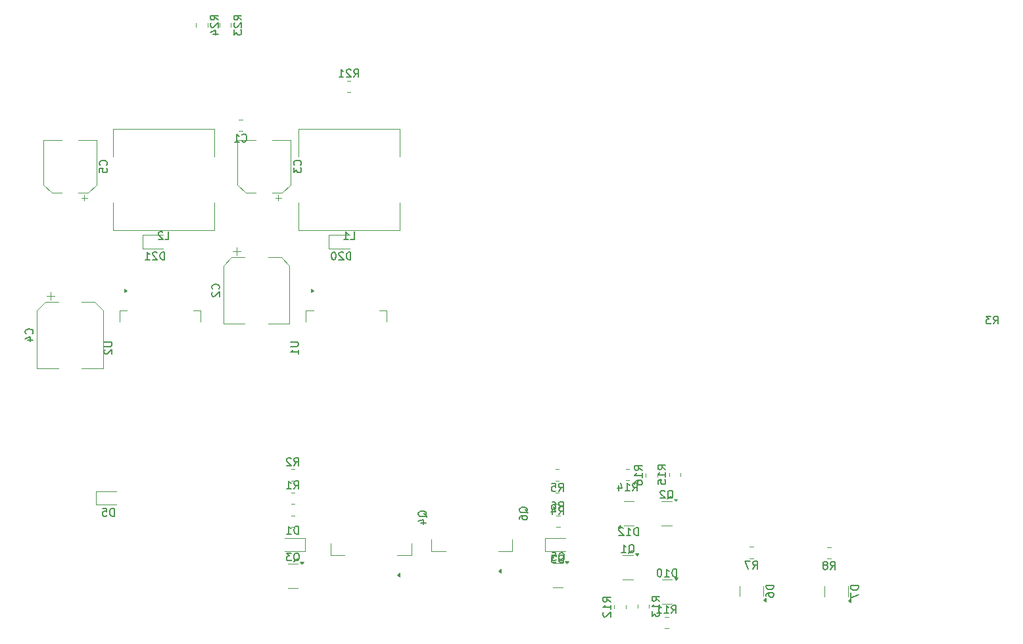
<source format=gbr>
%TF.GenerationSoftware,KiCad,Pcbnew,8.0.3*%
%TF.CreationDate,2024-07-13T16:10:20+00:00*%
%TF.ProjectId,jacuzzi,6a616375-7a7a-4692-9e6b-696361645f70,rev?*%
%TF.SameCoordinates,Original*%
%TF.FileFunction,Legend,Bot*%
%TF.FilePolarity,Positive*%
%FSLAX46Y46*%
G04 Gerber Fmt 4.6, Leading zero omitted, Abs format (unit mm)*
G04 Created by KiCad (PCBNEW 8.0.3) date 2024-07-13 16:10:20*
%MOMM*%
%LPD*%
G01*
G04 APERTURE LIST*
%ADD10C,0.150000*%
%ADD11C,0.120000*%
G04 APERTURE END LIST*
D10*
X140751666Y-107604819D02*
X141084999Y-107128628D01*
X141323094Y-107604819D02*
X141323094Y-106604819D01*
X141323094Y-106604819D02*
X140942142Y-106604819D01*
X140942142Y-106604819D02*
X140846904Y-106652438D01*
X140846904Y-106652438D02*
X140799285Y-106700057D01*
X140799285Y-106700057D02*
X140751666Y-106795295D01*
X140751666Y-106795295D02*
X140751666Y-106938152D01*
X140751666Y-106938152D02*
X140799285Y-107033390D01*
X140799285Y-107033390D02*
X140846904Y-107081009D01*
X140846904Y-107081009D02*
X140942142Y-107128628D01*
X140942142Y-107128628D02*
X141323094Y-107128628D01*
X139894523Y-106938152D02*
X139894523Y-107604819D01*
X140132618Y-106557200D02*
X140370713Y-107271485D01*
X140370713Y-107271485D02*
X139751666Y-107271485D01*
X99914819Y-43944642D02*
X99438628Y-43611309D01*
X99914819Y-43373214D02*
X98914819Y-43373214D01*
X98914819Y-43373214D02*
X98914819Y-43754166D01*
X98914819Y-43754166D02*
X98962438Y-43849404D01*
X98962438Y-43849404D02*
X99010057Y-43897023D01*
X99010057Y-43897023D02*
X99105295Y-43944642D01*
X99105295Y-43944642D02*
X99248152Y-43944642D01*
X99248152Y-43944642D02*
X99343390Y-43897023D01*
X99343390Y-43897023D02*
X99391009Y-43849404D01*
X99391009Y-43849404D02*
X99438628Y-43754166D01*
X99438628Y-43754166D02*
X99438628Y-43373214D01*
X99010057Y-44325595D02*
X98962438Y-44373214D01*
X98962438Y-44373214D02*
X98914819Y-44468452D01*
X98914819Y-44468452D02*
X98914819Y-44706547D01*
X98914819Y-44706547D02*
X98962438Y-44801785D01*
X98962438Y-44801785D02*
X99010057Y-44849404D01*
X99010057Y-44849404D02*
X99105295Y-44897023D01*
X99105295Y-44897023D02*
X99200533Y-44897023D01*
X99200533Y-44897023D02*
X99343390Y-44849404D01*
X99343390Y-44849404D02*
X99914819Y-44277976D01*
X99914819Y-44277976D02*
X99914819Y-44897023D01*
X98914819Y-45230357D02*
X98914819Y-45849404D01*
X98914819Y-45849404D02*
X99295771Y-45516071D01*
X99295771Y-45516071D02*
X99295771Y-45658928D01*
X99295771Y-45658928D02*
X99343390Y-45754166D01*
X99343390Y-45754166D02*
X99391009Y-45801785D01*
X99391009Y-45801785D02*
X99486247Y-45849404D01*
X99486247Y-45849404D02*
X99724342Y-45849404D01*
X99724342Y-45849404D02*
X99819580Y-45801785D01*
X99819580Y-45801785D02*
X99867200Y-45754166D01*
X99867200Y-45754166D02*
X99914819Y-45658928D01*
X99914819Y-45658928D02*
X99914819Y-45373214D01*
X99914819Y-45373214D02*
X99867200Y-45277976D01*
X99867200Y-45277976D02*
X99819580Y-45230357D01*
X96914819Y-43944642D02*
X96438628Y-43611309D01*
X96914819Y-43373214D02*
X95914819Y-43373214D01*
X95914819Y-43373214D02*
X95914819Y-43754166D01*
X95914819Y-43754166D02*
X95962438Y-43849404D01*
X95962438Y-43849404D02*
X96010057Y-43897023D01*
X96010057Y-43897023D02*
X96105295Y-43944642D01*
X96105295Y-43944642D02*
X96248152Y-43944642D01*
X96248152Y-43944642D02*
X96343390Y-43897023D01*
X96343390Y-43897023D02*
X96391009Y-43849404D01*
X96391009Y-43849404D02*
X96438628Y-43754166D01*
X96438628Y-43754166D02*
X96438628Y-43373214D01*
X96010057Y-44325595D02*
X95962438Y-44373214D01*
X95962438Y-44373214D02*
X95914819Y-44468452D01*
X95914819Y-44468452D02*
X95914819Y-44706547D01*
X95914819Y-44706547D02*
X95962438Y-44801785D01*
X95962438Y-44801785D02*
X96010057Y-44849404D01*
X96010057Y-44849404D02*
X96105295Y-44897023D01*
X96105295Y-44897023D02*
X96200533Y-44897023D01*
X96200533Y-44897023D02*
X96343390Y-44849404D01*
X96343390Y-44849404D02*
X96914819Y-44277976D01*
X96914819Y-44277976D02*
X96914819Y-44897023D01*
X96248152Y-45754166D02*
X96914819Y-45754166D01*
X95867200Y-45516071D02*
X96581485Y-45277976D01*
X96581485Y-45277976D02*
X96581485Y-45897023D01*
X154742738Y-105600057D02*
X154837976Y-105552438D01*
X154837976Y-105552438D02*
X154933214Y-105457200D01*
X154933214Y-105457200D02*
X155076071Y-105314342D01*
X155076071Y-105314342D02*
X155171309Y-105266723D01*
X155171309Y-105266723D02*
X155266547Y-105266723D01*
X155218928Y-105504819D02*
X155314166Y-105457200D01*
X155314166Y-105457200D02*
X155409404Y-105361961D01*
X155409404Y-105361961D02*
X155457023Y-105171485D01*
X155457023Y-105171485D02*
X155457023Y-104838152D01*
X155457023Y-104838152D02*
X155409404Y-104647676D01*
X155409404Y-104647676D02*
X155314166Y-104552438D01*
X155314166Y-104552438D02*
X155218928Y-104504819D01*
X155218928Y-104504819D02*
X155028452Y-104504819D01*
X155028452Y-104504819D02*
X154933214Y-104552438D01*
X154933214Y-104552438D02*
X154837976Y-104647676D01*
X154837976Y-104647676D02*
X154790357Y-104838152D01*
X154790357Y-104838152D02*
X154790357Y-105171485D01*
X154790357Y-105171485D02*
X154837976Y-105361961D01*
X154837976Y-105361961D02*
X154933214Y-105457200D01*
X154933214Y-105457200D02*
X155028452Y-105504819D01*
X155028452Y-105504819D02*
X155218928Y-105504819D01*
X154409404Y-104600057D02*
X154361785Y-104552438D01*
X154361785Y-104552438D02*
X154266547Y-104504819D01*
X154266547Y-104504819D02*
X154028452Y-104504819D01*
X154028452Y-104504819D02*
X153933214Y-104552438D01*
X153933214Y-104552438D02*
X153885595Y-104600057D01*
X153885595Y-104600057D02*
X153837976Y-104695295D01*
X153837976Y-104695295D02*
X153837976Y-104790533D01*
X153837976Y-104790533D02*
X153885595Y-104933390D01*
X153885595Y-104933390D02*
X154457023Y-105504819D01*
X154457023Y-105504819D02*
X153837976Y-105504819D01*
X136785057Y-107404761D02*
X136737438Y-107309523D01*
X136737438Y-107309523D02*
X136642200Y-107214285D01*
X136642200Y-107214285D02*
X136499342Y-107071428D01*
X136499342Y-107071428D02*
X136451723Y-106976190D01*
X136451723Y-106976190D02*
X136451723Y-106880952D01*
X136689819Y-106928571D02*
X136642200Y-106833333D01*
X136642200Y-106833333D02*
X136546961Y-106738095D01*
X136546961Y-106738095D02*
X136356485Y-106690476D01*
X136356485Y-106690476D02*
X136023152Y-106690476D01*
X136023152Y-106690476D02*
X135832676Y-106738095D01*
X135832676Y-106738095D02*
X135737438Y-106833333D01*
X135737438Y-106833333D02*
X135689819Y-106928571D01*
X135689819Y-106928571D02*
X135689819Y-107119047D01*
X135689819Y-107119047D02*
X135737438Y-107214285D01*
X135737438Y-107214285D02*
X135832676Y-107309523D01*
X135832676Y-107309523D02*
X136023152Y-107357142D01*
X136023152Y-107357142D02*
X136356485Y-107357142D01*
X136356485Y-107357142D02*
X136546961Y-107309523D01*
X136546961Y-107309523D02*
X136642200Y-107214285D01*
X136642200Y-107214285D02*
X136689819Y-107119047D01*
X136689819Y-107119047D02*
X136689819Y-106928571D01*
X135689819Y-108214285D02*
X135689819Y-108023809D01*
X135689819Y-108023809D02*
X135737438Y-107928571D01*
X135737438Y-107928571D02*
X135785057Y-107880952D01*
X135785057Y-107880952D02*
X135927914Y-107785714D01*
X135927914Y-107785714D02*
X136118390Y-107738095D01*
X136118390Y-107738095D02*
X136499342Y-107738095D01*
X136499342Y-107738095D02*
X136594580Y-107785714D01*
X136594580Y-107785714D02*
X136642200Y-107833333D01*
X136642200Y-107833333D02*
X136689819Y-107928571D01*
X136689819Y-107928571D02*
X136689819Y-108119047D01*
X136689819Y-108119047D02*
X136642200Y-108214285D01*
X136642200Y-108214285D02*
X136594580Y-108261904D01*
X136594580Y-108261904D02*
X136499342Y-108309523D01*
X136499342Y-108309523D02*
X136261247Y-108309523D01*
X136261247Y-108309523D02*
X136166009Y-108261904D01*
X136166009Y-108261904D02*
X136118390Y-108214285D01*
X136118390Y-108214285D02*
X136070771Y-108119047D01*
X136070771Y-108119047D02*
X136070771Y-107928571D01*
X136070771Y-107928571D02*
X136118390Y-107833333D01*
X136118390Y-107833333D02*
X136166009Y-107785714D01*
X136166009Y-107785714D02*
X136261247Y-107738095D01*
X175751666Y-114667319D02*
X176084999Y-114191128D01*
X176323094Y-114667319D02*
X176323094Y-113667319D01*
X176323094Y-113667319D02*
X175942142Y-113667319D01*
X175942142Y-113667319D02*
X175846904Y-113714938D01*
X175846904Y-113714938D02*
X175799285Y-113762557D01*
X175799285Y-113762557D02*
X175751666Y-113857795D01*
X175751666Y-113857795D02*
X175751666Y-114000652D01*
X175751666Y-114000652D02*
X175799285Y-114095890D01*
X175799285Y-114095890D02*
X175846904Y-114143509D01*
X175846904Y-114143509D02*
X175942142Y-114191128D01*
X175942142Y-114191128D02*
X176323094Y-114191128D01*
X175180237Y-114095890D02*
X175275475Y-114048271D01*
X175275475Y-114048271D02*
X175323094Y-114000652D01*
X175323094Y-114000652D02*
X175370713Y-113905414D01*
X175370713Y-113905414D02*
X175370713Y-113857795D01*
X175370713Y-113857795D02*
X175323094Y-113762557D01*
X175323094Y-113762557D02*
X175275475Y-113714938D01*
X175275475Y-113714938D02*
X175180237Y-113667319D01*
X175180237Y-113667319D02*
X174989761Y-113667319D01*
X174989761Y-113667319D02*
X174894523Y-113714938D01*
X174894523Y-113714938D02*
X174846904Y-113762557D01*
X174846904Y-113762557D02*
X174799285Y-113857795D01*
X174799285Y-113857795D02*
X174799285Y-113905414D01*
X174799285Y-113905414D02*
X174846904Y-114000652D01*
X174846904Y-114000652D02*
X174894523Y-114048271D01*
X174894523Y-114048271D02*
X174989761Y-114095890D01*
X174989761Y-114095890D02*
X175180237Y-114095890D01*
X175180237Y-114095890D02*
X175275475Y-114143509D01*
X175275475Y-114143509D02*
X175323094Y-114191128D01*
X175323094Y-114191128D02*
X175370713Y-114286366D01*
X175370713Y-114286366D02*
X175370713Y-114476842D01*
X175370713Y-114476842D02*
X175323094Y-114572080D01*
X175323094Y-114572080D02*
X175275475Y-114619700D01*
X175275475Y-114619700D02*
X175180237Y-114667319D01*
X175180237Y-114667319D02*
X174989761Y-114667319D01*
X174989761Y-114667319D02*
X174894523Y-114619700D01*
X174894523Y-114619700D02*
X174846904Y-114572080D01*
X174846904Y-114572080D02*
X174799285Y-114476842D01*
X174799285Y-114476842D02*
X174799285Y-114286366D01*
X174799285Y-114286366D02*
X174846904Y-114191128D01*
X174846904Y-114191128D02*
X174894523Y-114143509D01*
X174894523Y-114143509D02*
X174989761Y-114095890D01*
X106214819Y-85388095D02*
X107024342Y-85388095D01*
X107024342Y-85388095D02*
X107119580Y-85435714D01*
X107119580Y-85435714D02*
X107167200Y-85483333D01*
X107167200Y-85483333D02*
X107214819Y-85578571D01*
X107214819Y-85578571D02*
X107214819Y-85769047D01*
X107214819Y-85769047D02*
X107167200Y-85864285D01*
X107167200Y-85864285D02*
X107119580Y-85911904D01*
X107119580Y-85911904D02*
X107024342Y-85959523D01*
X107024342Y-85959523D02*
X106214819Y-85959523D01*
X107214819Y-86959523D02*
X107214819Y-86388095D01*
X107214819Y-86673809D02*
X106214819Y-86673809D01*
X106214819Y-86673809D02*
X106357676Y-86578571D01*
X106357676Y-86578571D02*
X106452914Y-86483333D01*
X106452914Y-86483333D02*
X106500533Y-86388095D01*
X196751666Y-83074819D02*
X197084999Y-82598628D01*
X197323094Y-83074819D02*
X197323094Y-82074819D01*
X197323094Y-82074819D02*
X196942142Y-82074819D01*
X196942142Y-82074819D02*
X196846904Y-82122438D01*
X196846904Y-82122438D02*
X196799285Y-82170057D01*
X196799285Y-82170057D02*
X196751666Y-82265295D01*
X196751666Y-82265295D02*
X196751666Y-82408152D01*
X196751666Y-82408152D02*
X196799285Y-82503390D01*
X196799285Y-82503390D02*
X196846904Y-82551009D01*
X196846904Y-82551009D02*
X196942142Y-82598628D01*
X196942142Y-82598628D02*
X197323094Y-82598628D01*
X196418332Y-82074819D02*
X195799285Y-82074819D01*
X195799285Y-82074819D02*
X196132618Y-82455771D01*
X196132618Y-82455771D02*
X195989761Y-82455771D01*
X195989761Y-82455771D02*
X195894523Y-82503390D01*
X195894523Y-82503390D02*
X195846904Y-82551009D01*
X195846904Y-82551009D02*
X195799285Y-82646247D01*
X195799285Y-82646247D02*
X195799285Y-82884342D01*
X195799285Y-82884342D02*
X195846904Y-82979580D01*
X195846904Y-82979580D02*
X195894523Y-83027200D01*
X195894523Y-83027200D02*
X195989761Y-83074819D01*
X195989761Y-83074819D02*
X196275475Y-83074819D01*
X196275475Y-83074819D02*
X196370713Y-83027200D01*
X196370713Y-83027200D02*
X196418332Y-82979580D01*
X147452319Y-118857142D02*
X146976128Y-118523809D01*
X147452319Y-118285714D02*
X146452319Y-118285714D01*
X146452319Y-118285714D02*
X146452319Y-118666666D01*
X146452319Y-118666666D02*
X146499938Y-118761904D01*
X146499938Y-118761904D02*
X146547557Y-118809523D01*
X146547557Y-118809523D02*
X146642795Y-118857142D01*
X146642795Y-118857142D02*
X146785652Y-118857142D01*
X146785652Y-118857142D02*
X146880890Y-118809523D01*
X146880890Y-118809523D02*
X146928509Y-118761904D01*
X146928509Y-118761904D02*
X146976128Y-118666666D01*
X146976128Y-118666666D02*
X146976128Y-118285714D01*
X147452319Y-119809523D02*
X147452319Y-119238095D01*
X147452319Y-119523809D02*
X146452319Y-119523809D01*
X146452319Y-119523809D02*
X146595176Y-119428571D01*
X146595176Y-119428571D02*
X146690414Y-119333333D01*
X146690414Y-119333333D02*
X146738033Y-119238095D01*
X146547557Y-120190476D02*
X146499938Y-120238095D01*
X146499938Y-120238095D02*
X146452319Y-120333333D01*
X146452319Y-120333333D02*
X146452319Y-120571428D01*
X146452319Y-120571428D02*
X146499938Y-120666666D01*
X146499938Y-120666666D02*
X146547557Y-120714285D01*
X146547557Y-120714285D02*
X146642795Y-120761904D01*
X146642795Y-120761904D02*
X146738033Y-120761904D01*
X146738033Y-120761904D02*
X146880890Y-120714285D01*
X146880890Y-120714285D02*
X147452319Y-120142857D01*
X147452319Y-120142857D02*
X147452319Y-120761904D01*
X150986785Y-110304819D02*
X150986785Y-109304819D01*
X150986785Y-109304819D02*
X150748690Y-109304819D01*
X150748690Y-109304819D02*
X150605833Y-109352438D01*
X150605833Y-109352438D02*
X150510595Y-109447676D01*
X150510595Y-109447676D02*
X150462976Y-109542914D01*
X150462976Y-109542914D02*
X150415357Y-109733390D01*
X150415357Y-109733390D02*
X150415357Y-109876247D01*
X150415357Y-109876247D02*
X150462976Y-110066723D01*
X150462976Y-110066723D02*
X150510595Y-110161961D01*
X150510595Y-110161961D02*
X150605833Y-110257200D01*
X150605833Y-110257200D02*
X150748690Y-110304819D01*
X150748690Y-110304819D02*
X150986785Y-110304819D01*
X149462976Y-110304819D02*
X150034404Y-110304819D01*
X149748690Y-110304819D02*
X149748690Y-109304819D01*
X149748690Y-109304819D02*
X149843928Y-109447676D01*
X149843928Y-109447676D02*
X149939166Y-109542914D01*
X149939166Y-109542914D02*
X150034404Y-109590533D01*
X149082023Y-109400057D02*
X149034404Y-109352438D01*
X149034404Y-109352438D02*
X148939166Y-109304819D01*
X148939166Y-109304819D02*
X148701071Y-109304819D01*
X148701071Y-109304819D02*
X148605833Y-109352438D01*
X148605833Y-109352438D02*
X148558214Y-109400057D01*
X148558214Y-109400057D02*
X148510595Y-109495295D01*
X148510595Y-109495295D02*
X148510595Y-109590533D01*
X148510595Y-109590533D02*
X148558214Y-109733390D01*
X148558214Y-109733390D02*
X149129642Y-110304819D01*
X149129642Y-110304819D02*
X148510595Y-110304819D01*
X154514819Y-101807142D02*
X154038628Y-101473809D01*
X154514819Y-101235714D02*
X153514819Y-101235714D01*
X153514819Y-101235714D02*
X153514819Y-101616666D01*
X153514819Y-101616666D02*
X153562438Y-101711904D01*
X153562438Y-101711904D02*
X153610057Y-101759523D01*
X153610057Y-101759523D02*
X153705295Y-101807142D01*
X153705295Y-101807142D02*
X153848152Y-101807142D01*
X153848152Y-101807142D02*
X153943390Y-101759523D01*
X153943390Y-101759523D02*
X153991009Y-101711904D01*
X153991009Y-101711904D02*
X154038628Y-101616666D01*
X154038628Y-101616666D02*
X154038628Y-101235714D01*
X154514819Y-102759523D02*
X154514819Y-102188095D01*
X154514819Y-102473809D02*
X153514819Y-102473809D01*
X153514819Y-102473809D02*
X153657676Y-102378571D01*
X153657676Y-102378571D02*
X153752914Y-102283333D01*
X153752914Y-102283333D02*
X153800533Y-102188095D01*
X153514819Y-103664285D02*
X153514819Y-103188095D01*
X153514819Y-103188095D02*
X153991009Y-103140476D01*
X153991009Y-103140476D02*
X153943390Y-103188095D01*
X153943390Y-103188095D02*
X153895771Y-103283333D01*
X153895771Y-103283333D02*
X153895771Y-103521428D01*
X153895771Y-103521428D02*
X153943390Y-103616666D01*
X153943390Y-103616666D02*
X153991009Y-103664285D01*
X153991009Y-103664285D02*
X154086247Y-103711904D01*
X154086247Y-103711904D02*
X154324342Y-103711904D01*
X154324342Y-103711904D02*
X154419580Y-103664285D01*
X154419580Y-103664285D02*
X154467200Y-103616666D01*
X154467200Y-103616666D02*
X154514819Y-103521428D01*
X154514819Y-103521428D02*
X154514819Y-103283333D01*
X154514819Y-103283333D02*
X154467200Y-103188095D01*
X154467200Y-103188095D02*
X154419580Y-103140476D01*
X96969580Y-78583333D02*
X97017200Y-78535714D01*
X97017200Y-78535714D02*
X97064819Y-78392857D01*
X97064819Y-78392857D02*
X97064819Y-78297619D01*
X97064819Y-78297619D02*
X97017200Y-78154762D01*
X97017200Y-78154762D02*
X96921961Y-78059524D01*
X96921961Y-78059524D02*
X96826723Y-78011905D01*
X96826723Y-78011905D02*
X96636247Y-77964286D01*
X96636247Y-77964286D02*
X96493390Y-77964286D01*
X96493390Y-77964286D02*
X96302914Y-78011905D01*
X96302914Y-78011905D02*
X96207676Y-78059524D01*
X96207676Y-78059524D02*
X96112438Y-78154762D01*
X96112438Y-78154762D02*
X96064819Y-78297619D01*
X96064819Y-78297619D02*
X96064819Y-78392857D01*
X96064819Y-78392857D02*
X96112438Y-78535714D01*
X96112438Y-78535714D02*
X96160057Y-78583333D01*
X96160057Y-78964286D02*
X96112438Y-79011905D01*
X96112438Y-79011905D02*
X96064819Y-79107143D01*
X96064819Y-79107143D02*
X96064819Y-79345238D01*
X96064819Y-79345238D02*
X96112438Y-79440476D01*
X96112438Y-79440476D02*
X96160057Y-79488095D01*
X96160057Y-79488095D02*
X96255295Y-79535714D01*
X96255295Y-79535714D02*
X96350533Y-79535714D01*
X96350533Y-79535714D02*
X96493390Y-79488095D01*
X96493390Y-79488095D02*
X97064819Y-78916667D01*
X97064819Y-78916667D02*
X97064819Y-79535714D01*
X107519580Y-62633333D02*
X107567200Y-62585714D01*
X107567200Y-62585714D02*
X107614819Y-62442857D01*
X107614819Y-62442857D02*
X107614819Y-62347619D01*
X107614819Y-62347619D02*
X107567200Y-62204762D01*
X107567200Y-62204762D02*
X107471961Y-62109524D01*
X107471961Y-62109524D02*
X107376723Y-62061905D01*
X107376723Y-62061905D02*
X107186247Y-62014286D01*
X107186247Y-62014286D02*
X107043390Y-62014286D01*
X107043390Y-62014286D02*
X106852914Y-62061905D01*
X106852914Y-62061905D02*
X106757676Y-62109524D01*
X106757676Y-62109524D02*
X106662438Y-62204762D01*
X106662438Y-62204762D02*
X106614819Y-62347619D01*
X106614819Y-62347619D02*
X106614819Y-62442857D01*
X106614819Y-62442857D02*
X106662438Y-62585714D01*
X106662438Y-62585714D02*
X106710057Y-62633333D01*
X106614819Y-62966667D02*
X106614819Y-63585714D01*
X106614819Y-63585714D02*
X106995771Y-63252381D01*
X106995771Y-63252381D02*
X106995771Y-63395238D01*
X106995771Y-63395238D02*
X107043390Y-63490476D01*
X107043390Y-63490476D02*
X107091009Y-63538095D01*
X107091009Y-63538095D02*
X107186247Y-63585714D01*
X107186247Y-63585714D02*
X107424342Y-63585714D01*
X107424342Y-63585714D02*
X107519580Y-63538095D01*
X107519580Y-63538095D02*
X107567200Y-63490476D01*
X107567200Y-63490476D02*
X107614819Y-63395238D01*
X107614819Y-63395238D02*
X107614819Y-63109524D01*
X107614819Y-63109524D02*
X107567200Y-63014286D01*
X107567200Y-63014286D02*
X107519580Y-62966667D01*
X155290357Y-120304819D02*
X155623690Y-119828628D01*
X155861785Y-120304819D02*
X155861785Y-119304819D01*
X155861785Y-119304819D02*
X155480833Y-119304819D01*
X155480833Y-119304819D02*
X155385595Y-119352438D01*
X155385595Y-119352438D02*
X155337976Y-119400057D01*
X155337976Y-119400057D02*
X155290357Y-119495295D01*
X155290357Y-119495295D02*
X155290357Y-119638152D01*
X155290357Y-119638152D02*
X155337976Y-119733390D01*
X155337976Y-119733390D02*
X155385595Y-119781009D01*
X155385595Y-119781009D02*
X155480833Y-119828628D01*
X155480833Y-119828628D02*
X155861785Y-119828628D01*
X154337976Y-120304819D02*
X154909404Y-120304819D01*
X154623690Y-120304819D02*
X154623690Y-119304819D01*
X154623690Y-119304819D02*
X154718928Y-119447676D01*
X154718928Y-119447676D02*
X154814166Y-119542914D01*
X154814166Y-119542914D02*
X154909404Y-119590533D01*
X153385595Y-120304819D02*
X153957023Y-120304819D01*
X153671309Y-120304819D02*
X153671309Y-119304819D01*
X153671309Y-119304819D02*
X153766547Y-119447676D01*
X153766547Y-119447676D02*
X153861785Y-119542914D01*
X153861785Y-119542914D02*
X153957023Y-119590533D01*
X90026666Y-72204819D02*
X90502856Y-72204819D01*
X90502856Y-72204819D02*
X90502856Y-71204819D01*
X89740951Y-71300057D02*
X89693332Y-71252438D01*
X89693332Y-71252438D02*
X89598094Y-71204819D01*
X89598094Y-71204819D02*
X89359999Y-71204819D01*
X89359999Y-71204819D02*
X89264761Y-71252438D01*
X89264761Y-71252438D02*
X89217142Y-71300057D01*
X89217142Y-71300057D02*
X89169523Y-71395295D01*
X89169523Y-71395295D02*
X89169523Y-71490533D01*
X89169523Y-71490533D02*
X89217142Y-71633390D01*
X89217142Y-71633390D02*
X89788570Y-72204819D01*
X89788570Y-72204819D02*
X89169523Y-72204819D01*
X106664166Y-101304819D02*
X106997499Y-100828628D01*
X107235594Y-101304819D02*
X107235594Y-100304819D01*
X107235594Y-100304819D02*
X106854642Y-100304819D01*
X106854642Y-100304819D02*
X106759404Y-100352438D01*
X106759404Y-100352438D02*
X106711785Y-100400057D01*
X106711785Y-100400057D02*
X106664166Y-100495295D01*
X106664166Y-100495295D02*
X106664166Y-100638152D01*
X106664166Y-100638152D02*
X106711785Y-100733390D01*
X106711785Y-100733390D02*
X106759404Y-100781009D01*
X106759404Y-100781009D02*
X106854642Y-100828628D01*
X106854642Y-100828628D02*
X107235594Y-100828628D01*
X106283213Y-100400057D02*
X106235594Y-100352438D01*
X106235594Y-100352438D02*
X106140356Y-100304819D01*
X106140356Y-100304819D02*
X105902261Y-100304819D01*
X105902261Y-100304819D02*
X105807023Y-100352438D01*
X105807023Y-100352438D02*
X105759404Y-100400057D01*
X105759404Y-100400057D02*
X105711785Y-100495295D01*
X105711785Y-100495295D02*
X105711785Y-100590533D01*
X105711785Y-100590533D02*
X105759404Y-100733390D01*
X105759404Y-100733390D02*
X106330832Y-101304819D01*
X106330832Y-101304819D02*
X105711785Y-101304819D01*
X107235594Y-110104819D02*
X107235594Y-109104819D01*
X107235594Y-109104819D02*
X106997499Y-109104819D01*
X106997499Y-109104819D02*
X106854642Y-109152438D01*
X106854642Y-109152438D02*
X106759404Y-109247676D01*
X106759404Y-109247676D02*
X106711785Y-109342914D01*
X106711785Y-109342914D02*
X106664166Y-109533390D01*
X106664166Y-109533390D02*
X106664166Y-109676247D01*
X106664166Y-109676247D02*
X106711785Y-109866723D01*
X106711785Y-109866723D02*
X106759404Y-109961961D01*
X106759404Y-109961961D02*
X106854642Y-110057200D01*
X106854642Y-110057200D02*
X106997499Y-110104819D01*
X106997499Y-110104819D02*
X107235594Y-110104819D01*
X105711785Y-110104819D02*
X106283213Y-110104819D01*
X105997499Y-110104819D02*
X105997499Y-109104819D01*
X105997499Y-109104819D02*
X106092737Y-109247676D01*
X106092737Y-109247676D02*
X106187975Y-109342914D01*
X106187975Y-109342914D02*
X106283213Y-109390533D01*
X89974285Y-74804819D02*
X89974285Y-73804819D01*
X89974285Y-73804819D02*
X89736190Y-73804819D01*
X89736190Y-73804819D02*
X89593333Y-73852438D01*
X89593333Y-73852438D02*
X89498095Y-73947676D01*
X89498095Y-73947676D02*
X89450476Y-74042914D01*
X89450476Y-74042914D02*
X89402857Y-74233390D01*
X89402857Y-74233390D02*
X89402857Y-74376247D01*
X89402857Y-74376247D02*
X89450476Y-74566723D01*
X89450476Y-74566723D02*
X89498095Y-74661961D01*
X89498095Y-74661961D02*
X89593333Y-74757200D01*
X89593333Y-74757200D02*
X89736190Y-74804819D01*
X89736190Y-74804819D02*
X89974285Y-74804819D01*
X89021904Y-73900057D02*
X88974285Y-73852438D01*
X88974285Y-73852438D02*
X88879047Y-73804819D01*
X88879047Y-73804819D02*
X88640952Y-73804819D01*
X88640952Y-73804819D02*
X88545714Y-73852438D01*
X88545714Y-73852438D02*
X88498095Y-73900057D01*
X88498095Y-73900057D02*
X88450476Y-73995295D01*
X88450476Y-73995295D02*
X88450476Y-74090533D01*
X88450476Y-74090533D02*
X88498095Y-74233390D01*
X88498095Y-74233390D02*
X89069523Y-74804819D01*
X89069523Y-74804819D02*
X88450476Y-74804819D01*
X87498095Y-74804819D02*
X88069523Y-74804819D01*
X87783809Y-74804819D02*
X87783809Y-73804819D01*
X87783809Y-73804819D02*
X87879047Y-73947676D01*
X87879047Y-73947676D02*
X87974285Y-74042914D01*
X87974285Y-74042914D02*
X88069523Y-74090533D01*
X141323094Y-113804819D02*
X141323094Y-112804819D01*
X141323094Y-112804819D02*
X141084999Y-112804819D01*
X141084999Y-112804819D02*
X140942142Y-112852438D01*
X140942142Y-112852438D02*
X140846904Y-112947676D01*
X140846904Y-112947676D02*
X140799285Y-113042914D01*
X140799285Y-113042914D02*
X140751666Y-113233390D01*
X140751666Y-113233390D02*
X140751666Y-113376247D01*
X140751666Y-113376247D02*
X140799285Y-113566723D01*
X140799285Y-113566723D02*
X140846904Y-113661961D01*
X140846904Y-113661961D02*
X140942142Y-113757200D01*
X140942142Y-113757200D02*
X141084999Y-113804819D01*
X141084999Y-113804819D02*
X141323094Y-113804819D01*
X140418332Y-112804819D02*
X139799285Y-112804819D01*
X139799285Y-112804819D02*
X140132618Y-113185771D01*
X140132618Y-113185771D02*
X139989761Y-113185771D01*
X139989761Y-113185771D02*
X139894523Y-113233390D01*
X139894523Y-113233390D02*
X139846904Y-113281009D01*
X139846904Y-113281009D02*
X139799285Y-113376247D01*
X139799285Y-113376247D02*
X139799285Y-113614342D01*
X139799285Y-113614342D02*
X139846904Y-113709580D01*
X139846904Y-113709580D02*
X139894523Y-113757200D01*
X139894523Y-113757200D02*
X139989761Y-113804819D01*
X139989761Y-113804819D02*
X140275475Y-113804819D01*
X140275475Y-113804819D02*
X140370713Y-113757200D01*
X140370713Y-113757200D02*
X140418332Y-113709580D01*
X106617738Y-113650057D02*
X106712976Y-113602438D01*
X106712976Y-113602438D02*
X106808214Y-113507200D01*
X106808214Y-113507200D02*
X106951071Y-113364342D01*
X106951071Y-113364342D02*
X107046309Y-113316723D01*
X107046309Y-113316723D02*
X107141547Y-113316723D01*
X107093928Y-113554819D02*
X107189166Y-113507200D01*
X107189166Y-113507200D02*
X107284404Y-113411961D01*
X107284404Y-113411961D02*
X107332023Y-113221485D01*
X107332023Y-113221485D02*
X107332023Y-112888152D01*
X107332023Y-112888152D02*
X107284404Y-112697676D01*
X107284404Y-112697676D02*
X107189166Y-112602438D01*
X107189166Y-112602438D02*
X107093928Y-112554819D01*
X107093928Y-112554819D02*
X106903452Y-112554819D01*
X106903452Y-112554819D02*
X106808214Y-112602438D01*
X106808214Y-112602438D02*
X106712976Y-112697676D01*
X106712976Y-112697676D02*
X106665357Y-112888152D01*
X106665357Y-112888152D02*
X106665357Y-113221485D01*
X106665357Y-113221485D02*
X106712976Y-113411961D01*
X106712976Y-113411961D02*
X106808214Y-113507200D01*
X106808214Y-113507200D02*
X106903452Y-113554819D01*
X106903452Y-113554819D02*
X107093928Y-113554819D01*
X106332023Y-112554819D02*
X105712976Y-112554819D01*
X105712976Y-112554819D02*
X106046309Y-112935771D01*
X106046309Y-112935771D02*
X105903452Y-112935771D01*
X105903452Y-112935771D02*
X105808214Y-112983390D01*
X105808214Y-112983390D02*
X105760595Y-113031009D01*
X105760595Y-113031009D02*
X105712976Y-113126247D01*
X105712976Y-113126247D02*
X105712976Y-113364342D01*
X105712976Y-113364342D02*
X105760595Y-113459580D01*
X105760595Y-113459580D02*
X105808214Y-113507200D01*
X105808214Y-113507200D02*
X105903452Y-113554819D01*
X105903452Y-113554819D02*
X106189166Y-113554819D01*
X106189166Y-113554819D02*
X106284404Y-113507200D01*
X106284404Y-113507200D02*
X106332023Y-113459580D01*
X106664166Y-104304819D02*
X106997499Y-103828628D01*
X107235594Y-104304819D02*
X107235594Y-103304819D01*
X107235594Y-103304819D02*
X106854642Y-103304819D01*
X106854642Y-103304819D02*
X106759404Y-103352438D01*
X106759404Y-103352438D02*
X106711785Y-103400057D01*
X106711785Y-103400057D02*
X106664166Y-103495295D01*
X106664166Y-103495295D02*
X106664166Y-103638152D01*
X106664166Y-103638152D02*
X106711785Y-103733390D01*
X106711785Y-103733390D02*
X106759404Y-103781009D01*
X106759404Y-103781009D02*
X106854642Y-103828628D01*
X106854642Y-103828628D02*
X107235594Y-103828628D01*
X105711785Y-104304819D02*
X106283213Y-104304819D01*
X105997499Y-104304819D02*
X105997499Y-103304819D01*
X105997499Y-103304819D02*
X106092737Y-103447676D01*
X106092737Y-103447676D02*
X106187975Y-103542914D01*
X106187975Y-103542914D02*
X106283213Y-103590533D01*
X140751666Y-106954819D02*
X141084999Y-106478628D01*
X141323094Y-106954819D02*
X141323094Y-105954819D01*
X141323094Y-105954819D02*
X140942142Y-105954819D01*
X140942142Y-105954819D02*
X140846904Y-106002438D01*
X140846904Y-106002438D02*
X140799285Y-106050057D01*
X140799285Y-106050057D02*
X140751666Y-106145295D01*
X140751666Y-106145295D02*
X140751666Y-106288152D01*
X140751666Y-106288152D02*
X140799285Y-106383390D01*
X140799285Y-106383390D02*
X140846904Y-106431009D01*
X140846904Y-106431009D02*
X140942142Y-106478628D01*
X140942142Y-106478628D02*
X141323094Y-106478628D01*
X139894523Y-105954819D02*
X140084999Y-105954819D01*
X140084999Y-105954819D02*
X140180237Y-106002438D01*
X140180237Y-106002438D02*
X140227856Y-106050057D01*
X140227856Y-106050057D02*
X140323094Y-106192914D01*
X140323094Y-106192914D02*
X140370713Y-106383390D01*
X140370713Y-106383390D02*
X140370713Y-106764342D01*
X140370713Y-106764342D02*
X140323094Y-106859580D01*
X140323094Y-106859580D02*
X140275475Y-106907200D01*
X140275475Y-106907200D02*
X140180237Y-106954819D01*
X140180237Y-106954819D02*
X139989761Y-106954819D01*
X139989761Y-106954819D02*
X139894523Y-106907200D01*
X139894523Y-106907200D02*
X139846904Y-106859580D01*
X139846904Y-106859580D02*
X139799285Y-106764342D01*
X139799285Y-106764342D02*
X139799285Y-106526247D01*
X139799285Y-106526247D02*
X139846904Y-106431009D01*
X139846904Y-106431009D02*
X139894523Y-106383390D01*
X139894523Y-106383390D02*
X139989761Y-106335771D01*
X139989761Y-106335771D02*
X140180237Y-106335771D01*
X140180237Y-106335771D02*
X140275475Y-106383390D01*
X140275475Y-106383390D02*
X140323094Y-106431009D01*
X140323094Y-106431009D02*
X140370713Y-106526247D01*
X150265357Y-104554819D02*
X150598690Y-104078628D01*
X150836785Y-104554819D02*
X150836785Y-103554819D01*
X150836785Y-103554819D02*
X150455833Y-103554819D01*
X150455833Y-103554819D02*
X150360595Y-103602438D01*
X150360595Y-103602438D02*
X150312976Y-103650057D01*
X150312976Y-103650057D02*
X150265357Y-103745295D01*
X150265357Y-103745295D02*
X150265357Y-103888152D01*
X150265357Y-103888152D02*
X150312976Y-103983390D01*
X150312976Y-103983390D02*
X150360595Y-104031009D01*
X150360595Y-104031009D02*
X150455833Y-104078628D01*
X150455833Y-104078628D02*
X150836785Y-104078628D01*
X149312976Y-104554819D02*
X149884404Y-104554819D01*
X149598690Y-104554819D02*
X149598690Y-103554819D01*
X149598690Y-103554819D02*
X149693928Y-103697676D01*
X149693928Y-103697676D02*
X149789166Y-103792914D01*
X149789166Y-103792914D02*
X149884404Y-103840533D01*
X148455833Y-103888152D02*
X148455833Y-104554819D01*
X148693928Y-103507200D02*
X148932023Y-104221485D01*
X148932023Y-104221485D02*
X148312976Y-104221485D01*
X113926666Y-72204819D02*
X114402856Y-72204819D01*
X114402856Y-72204819D02*
X114402856Y-71204819D01*
X113069523Y-72204819D02*
X113640951Y-72204819D01*
X113355237Y-72204819D02*
X113355237Y-71204819D01*
X113355237Y-71204819D02*
X113450475Y-71347676D01*
X113450475Y-71347676D02*
X113545713Y-71442914D01*
X113545713Y-71442914D02*
X113640951Y-71490533D01*
X82214819Y-85388095D02*
X83024342Y-85388095D01*
X83024342Y-85388095D02*
X83119580Y-85435714D01*
X83119580Y-85435714D02*
X83167200Y-85483333D01*
X83167200Y-85483333D02*
X83214819Y-85578571D01*
X83214819Y-85578571D02*
X83214819Y-85769047D01*
X83214819Y-85769047D02*
X83167200Y-85864285D01*
X83167200Y-85864285D02*
X83119580Y-85911904D01*
X83119580Y-85911904D02*
X83024342Y-85959523D01*
X83024342Y-85959523D02*
X82214819Y-85959523D01*
X82310057Y-86388095D02*
X82262438Y-86435714D01*
X82262438Y-86435714D02*
X82214819Y-86530952D01*
X82214819Y-86530952D02*
X82214819Y-86769047D01*
X82214819Y-86769047D02*
X82262438Y-86864285D01*
X82262438Y-86864285D02*
X82310057Y-86911904D01*
X82310057Y-86911904D02*
X82405295Y-86959523D01*
X82405295Y-86959523D02*
X82500533Y-86959523D01*
X82500533Y-86959523D02*
X82643390Y-86911904D01*
X82643390Y-86911904D02*
X83214819Y-86340476D01*
X83214819Y-86340476D02*
X83214819Y-86959523D01*
X165751666Y-114604819D02*
X166084999Y-114128628D01*
X166323094Y-114604819D02*
X166323094Y-113604819D01*
X166323094Y-113604819D02*
X165942142Y-113604819D01*
X165942142Y-113604819D02*
X165846904Y-113652438D01*
X165846904Y-113652438D02*
X165799285Y-113700057D01*
X165799285Y-113700057D02*
X165751666Y-113795295D01*
X165751666Y-113795295D02*
X165751666Y-113938152D01*
X165751666Y-113938152D02*
X165799285Y-114033390D01*
X165799285Y-114033390D02*
X165846904Y-114081009D01*
X165846904Y-114081009D02*
X165942142Y-114128628D01*
X165942142Y-114128628D02*
X166323094Y-114128628D01*
X165418332Y-113604819D02*
X164751666Y-113604819D01*
X164751666Y-113604819D02*
X165180237Y-114604819D01*
X149742738Y-112587557D02*
X149837976Y-112539938D01*
X149837976Y-112539938D02*
X149933214Y-112444700D01*
X149933214Y-112444700D02*
X150076071Y-112301842D01*
X150076071Y-112301842D02*
X150171309Y-112254223D01*
X150171309Y-112254223D02*
X150266547Y-112254223D01*
X150218928Y-112492319D02*
X150314166Y-112444700D01*
X150314166Y-112444700D02*
X150409404Y-112349461D01*
X150409404Y-112349461D02*
X150457023Y-112158985D01*
X150457023Y-112158985D02*
X150457023Y-111825652D01*
X150457023Y-111825652D02*
X150409404Y-111635176D01*
X150409404Y-111635176D02*
X150314166Y-111539938D01*
X150314166Y-111539938D02*
X150218928Y-111492319D01*
X150218928Y-111492319D02*
X150028452Y-111492319D01*
X150028452Y-111492319D02*
X149933214Y-111539938D01*
X149933214Y-111539938D02*
X149837976Y-111635176D01*
X149837976Y-111635176D02*
X149790357Y-111825652D01*
X149790357Y-111825652D02*
X149790357Y-112158985D01*
X149790357Y-112158985D02*
X149837976Y-112349461D01*
X149837976Y-112349461D02*
X149933214Y-112444700D01*
X149933214Y-112444700D02*
X150028452Y-112492319D01*
X150028452Y-112492319D02*
X150218928Y-112492319D01*
X148837976Y-112492319D02*
X149409404Y-112492319D01*
X149123690Y-112492319D02*
X149123690Y-111492319D01*
X149123690Y-111492319D02*
X149218928Y-111635176D01*
X149218928Y-111635176D02*
X149314166Y-111730414D01*
X149314166Y-111730414D02*
X149409404Y-111778033D01*
X168439819Y-116699405D02*
X167439819Y-116699405D01*
X167439819Y-116699405D02*
X167439819Y-116937500D01*
X167439819Y-116937500D02*
X167487438Y-117080357D01*
X167487438Y-117080357D02*
X167582676Y-117175595D01*
X167582676Y-117175595D02*
X167677914Y-117223214D01*
X167677914Y-117223214D02*
X167868390Y-117270833D01*
X167868390Y-117270833D02*
X168011247Y-117270833D01*
X168011247Y-117270833D02*
X168201723Y-117223214D01*
X168201723Y-117223214D02*
X168296961Y-117175595D01*
X168296961Y-117175595D02*
X168392200Y-117080357D01*
X168392200Y-117080357D02*
X168439819Y-116937500D01*
X168439819Y-116937500D02*
X168439819Y-116699405D01*
X167439819Y-118127976D02*
X167439819Y-117937500D01*
X167439819Y-117937500D02*
X167487438Y-117842262D01*
X167487438Y-117842262D02*
X167535057Y-117794643D01*
X167535057Y-117794643D02*
X167677914Y-117699405D01*
X167677914Y-117699405D02*
X167868390Y-117651786D01*
X167868390Y-117651786D02*
X168249342Y-117651786D01*
X168249342Y-117651786D02*
X168344580Y-117699405D01*
X168344580Y-117699405D02*
X168392200Y-117747024D01*
X168392200Y-117747024D02*
X168439819Y-117842262D01*
X168439819Y-117842262D02*
X168439819Y-118032738D01*
X168439819Y-118032738D02*
X168392200Y-118127976D01*
X168392200Y-118127976D02*
X168344580Y-118175595D01*
X168344580Y-118175595D02*
X168249342Y-118223214D01*
X168249342Y-118223214D02*
X168011247Y-118223214D01*
X168011247Y-118223214D02*
X167916009Y-118175595D01*
X167916009Y-118175595D02*
X167868390Y-118127976D01*
X167868390Y-118127976D02*
X167820771Y-118032738D01*
X167820771Y-118032738D02*
X167820771Y-117842262D01*
X167820771Y-117842262D02*
X167868390Y-117747024D01*
X167868390Y-117747024D02*
X167916009Y-117699405D01*
X167916009Y-117699405D02*
X168011247Y-117651786D01*
X151514819Y-101894642D02*
X151038628Y-101561309D01*
X151514819Y-101323214D02*
X150514819Y-101323214D01*
X150514819Y-101323214D02*
X150514819Y-101704166D01*
X150514819Y-101704166D02*
X150562438Y-101799404D01*
X150562438Y-101799404D02*
X150610057Y-101847023D01*
X150610057Y-101847023D02*
X150705295Y-101894642D01*
X150705295Y-101894642D02*
X150848152Y-101894642D01*
X150848152Y-101894642D02*
X150943390Y-101847023D01*
X150943390Y-101847023D02*
X150991009Y-101799404D01*
X150991009Y-101799404D02*
X151038628Y-101704166D01*
X151038628Y-101704166D02*
X151038628Y-101323214D01*
X151514819Y-102847023D02*
X151514819Y-102275595D01*
X151514819Y-102561309D02*
X150514819Y-102561309D01*
X150514819Y-102561309D02*
X150657676Y-102466071D01*
X150657676Y-102466071D02*
X150752914Y-102370833D01*
X150752914Y-102370833D02*
X150800533Y-102275595D01*
X150514819Y-103704166D02*
X150514819Y-103513690D01*
X150514819Y-103513690D02*
X150562438Y-103418452D01*
X150562438Y-103418452D02*
X150610057Y-103370833D01*
X150610057Y-103370833D02*
X150752914Y-103275595D01*
X150752914Y-103275595D02*
X150943390Y-103227976D01*
X150943390Y-103227976D02*
X151324342Y-103227976D01*
X151324342Y-103227976D02*
X151419580Y-103275595D01*
X151419580Y-103275595D02*
X151467200Y-103323214D01*
X151467200Y-103323214D02*
X151514819Y-103418452D01*
X151514819Y-103418452D02*
X151514819Y-103608928D01*
X151514819Y-103608928D02*
X151467200Y-103704166D01*
X151467200Y-103704166D02*
X151419580Y-103751785D01*
X151419580Y-103751785D02*
X151324342Y-103799404D01*
X151324342Y-103799404D02*
X151086247Y-103799404D01*
X151086247Y-103799404D02*
X150991009Y-103751785D01*
X150991009Y-103751785D02*
X150943390Y-103704166D01*
X150943390Y-103704166D02*
X150895771Y-103608928D01*
X150895771Y-103608928D02*
X150895771Y-103418452D01*
X150895771Y-103418452D02*
X150943390Y-103323214D01*
X150943390Y-103323214D02*
X150991009Y-103275595D01*
X150991009Y-103275595D02*
X151086247Y-103227976D01*
X155924285Y-115604819D02*
X155924285Y-114604819D01*
X155924285Y-114604819D02*
X155686190Y-114604819D01*
X155686190Y-114604819D02*
X155543333Y-114652438D01*
X155543333Y-114652438D02*
X155448095Y-114747676D01*
X155448095Y-114747676D02*
X155400476Y-114842914D01*
X155400476Y-114842914D02*
X155352857Y-115033390D01*
X155352857Y-115033390D02*
X155352857Y-115176247D01*
X155352857Y-115176247D02*
X155400476Y-115366723D01*
X155400476Y-115366723D02*
X155448095Y-115461961D01*
X155448095Y-115461961D02*
X155543333Y-115557200D01*
X155543333Y-115557200D02*
X155686190Y-115604819D01*
X155686190Y-115604819D02*
X155924285Y-115604819D01*
X154400476Y-115604819D02*
X154971904Y-115604819D01*
X154686190Y-115604819D02*
X154686190Y-114604819D01*
X154686190Y-114604819D02*
X154781428Y-114747676D01*
X154781428Y-114747676D02*
X154876666Y-114842914D01*
X154876666Y-114842914D02*
X154971904Y-114890533D01*
X153781428Y-114604819D02*
X153686190Y-114604819D01*
X153686190Y-114604819D02*
X153590952Y-114652438D01*
X153590952Y-114652438D02*
X153543333Y-114700057D01*
X153543333Y-114700057D02*
X153495714Y-114795295D01*
X153495714Y-114795295D02*
X153448095Y-114985771D01*
X153448095Y-114985771D02*
X153448095Y-115223866D01*
X153448095Y-115223866D02*
X153495714Y-115414342D01*
X153495714Y-115414342D02*
X153543333Y-115509580D01*
X153543333Y-115509580D02*
X153590952Y-115557200D01*
X153590952Y-115557200D02*
X153686190Y-115604819D01*
X153686190Y-115604819D02*
X153781428Y-115604819D01*
X153781428Y-115604819D02*
X153876666Y-115557200D01*
X153876666Y-115557200D02*
X153924285Y-115509580D01*
X153924285Y-115509580D02*
X153971904Y-115414342D01*
X153971904Y-115414342D02*
X154019523Y-115223866D01*
X154019523Y-115223866D02*
X154019523Y-114985771D01*
X154019523Y-114985771D02*
X153971904Y-114795295D01*
X153971904Y-114795295D02*
X153924285Y-114700057D01*
X153924285Y-114700057D02*
X153876666Y-114652438D01*
X153876666Y-114652438D02*
X153781428Y-114604819D01*
X114365357Y-51304819D02*
X114698690Y-50828628D01*
X114936785Y-51304819D02*
X114936785Y-50304819D01*
X114936785Y-50304819D02*
X114555833Y-50304819D01*
X114555833Y-50304819D02*
X114460595Y-50352438D01*
X114460595Y-50352438D02*
X114412976Y-50400057D01*
X114412976Y-50400057D02*
X114365357Y-50495295D01*
X114365357Y-50495295D02*
X114365357Y-50638152D01*
X114365357Y-50638152D02*
X114412976Y-50733390D01*
X114412976Y-50733390D02*
X114460595Y-50781009D01*
X114460595Y-50781009D02*
X114555833Y-50828628D01*
X114555833Y-50828628D02*
X114936785Y-50828628D01*
X113984404Y-50400057D02*
X113936785Y-50352438D01*
X113936785Y-50352438D02*
X113841547Y-50304819D01*
X113841547Y-50304819D02*
X113603452Y-50304819D01*
X113603452Y-50304819D02*
X113508214Y-50352438D01*
X113508214Y-50352438D02*
X113460595Y-50400057D01*
X113460595Y-50400057D02*
X113412976Y-50495295D01*
X113412976Y-50495295D02*
X113412976Y-50590533D01*
X113412976Y-50590533D02*
X113460595Y-50733390D01*
X113460595Y-50733390D02*
X114032023Y-51304819D01*
X114032023Y-51304819D02*
X113412976Y-51304819D01*
X112460595Y-51304819D02*
X113032023Y-51304819D01*
X112746309Y-51304819D02*
X112746309Y-50304819D01*
X112746309Y-50304819D02*
X112841547Y-50447676D01*
X112841547Y-50447676D02*
X112936785Y-50542914D01*
X112936785Y-50542914D02*
X113032023Y-50590533D01*
X140742738Y-113600057D02*
X140837976Y-113552438D01*
X140837976Y-113552438D02*
X140933214Y-113457200D01*
X140933214Y-113457200D02*
X141076071Y-113314342D01*
X141076071Y-113314342D02*
X141171309Y-113266723D01*
X141171309Y-113266723D02*
X141266547Y-113266723D01*
X141218928Y-113504819D02*
X141314166Y-113457200D01*
X141314166Y-113457200D02*
X141409404Y-113361961D01*
X141409404Y-113361961D02*
X141457023Y-113171485D01*
X141457023Y-113171485D02*
X141457023Y-112838152D01*
X141457023Y-112838152D02*
X141409404Y-112647676D01*
X141409404Y-112647676D02*
X141314166Y-112552438D01*
X141314166Y-112552438D02*
X141218928Y-112504819D01*
X141218928Y-112504819D02*
X141028452Y-112504819D01*
X141028452Y-112504819D02*
X140933214Y-112552438D01*
X140933214Y-112552438D02*
X140837976Y-112647676D01*
X140837976Y-112647676D02*
X140790357Y-112838152D01*
X140790357Y-112838152D02*
X140790357Y-113171485D01*
X140790357Y-113171485D02*
X140837976Y-113361961D01*
X140837976Y-113361961D02*
X140933214Y-113457200D01*
X140933214Y-113457200D02*
X141028452Y-113504819D01*
X141028452Y-113504819D02*
X141218928Y-113504819D01*
X139885595Y-112504819D02*
X140361785Y-112504819D01*
X140361785Y-112504819D02*
X140409404Y-112981009D01*
X140409404Y-112981009D02*
X140361785Y-112933390D01*
X140361785Y-112933390D02*
X140266547Y-112885771D01*
X140266547Y-112885771D02*
X140028452Y-112885771D01*
X140028452Y-112885771D02*
X139933214Y-112933390D01*
X139933214Y-112933390D02*
X139885595Y-112981009D01*
X139885595Y-112981009D02*
X139837976Y-113076247D01*
X139837976Y-113076247D02*
X139837976Y-113314342D01*
X139837976Y-113314342D02*
X139885595Y-113409580D01*
X139885595Y-113409580D02*
X139933214Y-113457200D01*
X139933214Y-113457200D02*
X140028452Y-113504819D01*
X140028452Y-113504819D02*
X140266547Y-113504819D01*
X140266547Y-113504819D02*
X140361785Y-113457200D01*
X140361785Y-113457200D02*
X140409404Y-113409580D01*
X113974285Y-74804819D02*
X113974285Y-73804819D01*
X113974285Y-73804819D02*
X113736190Y-73804819D01*
X113736190Y-73804819D02*
X113593333Y-73852438D01*
X113593333Y-73852438D02*
X113498095Y-73947676D01*
X113498095Y-73947676D02*
X113450476Y-74042914D01*
X113450476Y-74042914D02*
X113402857Y-74233390D01*
X113402857Y-74233390D02*
X113402857Y-74376247D01*
X113402857Y-74376247D02*
X113450476Y-74566723D01*
X113450476Y-74566723D02*
X113498095Y-74661961D01*
X113498095Y-74661961D02*
X113593333Y-74757200D01*
X113593333Y-74757200D02*
X113736190Y-74804819D01*
X113736190Y-74804819D02*
X113974285Y-74804819D01*
X113021904Y-73900057D02*
X112974285Y-73852438D01*
X112974285Y-73852438D02*
X112879047Y-73804819D01*
X112879047Y-73804819D02*
X112640952Y-73804819D01*
X112640952Y-73804819D02*
X112545714Y-73852438D01*
X112545714Y-73852438D02*
X112498095Y-73900057D01*
X112498095Y-73900057D02*
X112450476Y-73995295D01*
X112450476Y-73995295D02*
X112450476Y-74090533D01*
X112450476Y-74090533D02*
X112498095Y-74233390D01*
X112498095Y-74233390D02*
X113069523Y-74804819D01*
X113069523Y-74804819D02*
X112450476Y-74804819D01*
X111831428Y-73804819D02*
X111736190Y-73804819D01*
X111736190Y-73804819D02*
X111640952Y-73852438D01*
X111640952Y-73852438D02*
X111593333Y-73900057D01*
X111593333Y-73900057D02*
X111545714Y-73995295D01*
X111545714Y-73995295D02*
X111498095Y-74185771D01*
X111498095Y-74185771D02*
X111498095Y-74423866D01*
X111498095Y-74423866D02*
X111545714Y-74614342D01*
X111545714Y-74614342D02*
X111593333Y-74709580D01*
X111593333Y-74709580D02*
X111640952Y-74757200D01*
X111640952Y-74757200D02*
X111736190Y-74804819D01*
X111736190Y-74804819D02*
X111831428Y-74804819D01*
X111831428Y-74804819D02*
X111926666Y-74757200D01*
X111926666Y-74757200D02*
X111974285Y-74709580D01*
X111974285Y-74709580D02*
X112021904Y-74614342D01*
X112021904Y-74614342D02*
X112069523Y-74423866D01*
X112069523Y-74423866D02*
X112069523Y-74185771D01*
X112069523Y-74185771D02*
X112021904Y-73995295D01*
X112021904Y-73995295D02*
X111974285Y-73900057D01*
X111974285Y-73900057D02*
X111926666Y-73852438D01*
X111926666Y-73852438D02*
X111831428Y-73804819D01*
X123785057Y-107904761D02*
X123737438Y-107809523D01*
X123737438Y-107809523D02*
X123642200Y-107714285D01*
X123642200Y-107714285D02*
X123499342Y-107571428D01*
X123499342Y-107571428D02*
X123451723Y-107476190D01*
X123451723Y-107476190D02*
X123451723Y-107380952D01*
X123689819Y-107428571D02*
X123642200Y-107333333D01*
X123642200Y-107333333D02*
X123546961Y-107238095D01*
X123546961Y-107238095D02*
X123356485Y-107190476D01*
X123356485Y-107190476D02*
X123023152Y-107190476D01*
X123023152Y-107190476D02*
X122832676Y-107238095D01*
X122832676Y-107238095D02*
X122737438Y-107333333D01*
X122737438Y-107333333D02*
X122689819Y-107428571D01*
X122689819Y-107428571D02*
X122689819Y-107619047D01*
X122689819Y-107619047D02*
X122737438Y-107714285D01*
X122737438Y-107714285D02*
X122832676Y-107809523D01*
X122832676Y-107809523D02*
X123023152Y-107857142D01*
X123023152Y-107857142D02*
X123356485Y-107857142D01*
X123356485Y-107857142D02*
X123546961Y-107809523D01*
X123546961Y-107809523D02*
X123642200Y-107714285D01*
X123642200Y-107714285D02*
X123689819Y-107619047D01*
X123689819Y-107619047D02*
X123689819Y-107428571D01*
X123023152Y-108714285D02*
X123689819Y-108714285D01*
X122642200Y-108476190D02*
X123356485Y-108238095D01*
X123356485Y-108238095D02*
X123356485Y-108857142D01*
X83498094Y-107804819D02*
X83498094Y-106804819D01*
X83498094Y-106804819D02*
X83259999Y-106804819D01*
X83259999Y-106804819D02*
X83117142Y-106852438D01*
X83117142Y-106852438D02*
X83021904Y-106947676D01*
X83021904Y-106947676D02*
X82974285Y-107042914D01*
X82974285Y-107042914D02*
X82926666Y-107233390D01*
X82926666Y-107233390D02*
X82926666Y-107376247D01*
X82926666Y-107376247D02*
X82974285Y-107566723D01*
X82974285Y-107566723D02*
X83021904Y-107661961D01*
X83021904Y-107661961D02*
X83117142Y-107757200D01*
X83117142Y-107757200D02*
X83259999Y-107804819D01*
X83259999Y-107804819D02*
X83498094Y-107804819D01*
X82021904Y-106804819D02*
X82498094Y-106804819D01*
X82498094Y-106804819D02*
X82545713Y-107281009D01*
X82545713Y-107281009D02*
X82498094Y-107233390D01*
X82498094Y-107233390D02*
X82402856Y-107185771D01*
X82402856Y-107185771D02*
X82164761Y-107185771D01*
X82164761Y-107185771D02*
X82069523Y-107233390D01*
X82069523Y-107233390D02*
X82021904Y-107281009D01*
X82021904Y-107281009D02*
X81974285Y-107376247D01*
X81974285Y-107376247D02*
X81974285Y-107614342D01*
X81974285Y-107614342D02*
X82021904Y-107709580D01*
X82021904Y-107709580D02*
X82069523Y-107757200D01*
X82069523Y-107757200D02*
X82164761Y-107804819D01*
X82164761Y-107804819D02*
X82402856Y-107804819D01*
X82402856Y-107804819D02*
X82498094Y-107757200D01*
X82498094Y-107757200D02*
X82545713Y-107709580D01*
X72969580Y-84333333D02*
X73017200Y-84285714D01*
X73017200Y-84285714D02*
X73064819Y-84142857D01*
X73064819Y-84142857D02*
X73064819Y-84047619D01*
X73064819Y-84047619D02*
X73017200Y-83904762D01*
X73017200Y-83904762D02*
X72921961Y-83809524D01*
X72921961Y-83809524D02*
X72826723Y-83761905D01*
X72826723Y-83761905D02*
X72636247Y-83714286D01*
X72636247Y-83714286D02*
X72493390Y-83714286D01*
X72493390Y-83714286D02*
X72302914Y-83761905D01*
X72302914Y-83761905D02*
X72207676Y-83809524D01*
X72207676Y-83809524D02*
X72112438Y-83904762D01*
X72112438Y-83904762D02*
X72064819Y-84047619D01*
X72064819Y-84047619D02*
X72064819Y-84142857D01*
X72064819Y-84142857D02*
X72112438Y-84285714D01*
X72112438Y-84285714D02*
X72160057Y-84333333D01*
X72398152Y-85190476D02*
X73064819Y-85190476D01*
X72017200Y-84952381D02*
X72731485Y-84714286D01*
X72731485Y-84714286D02*
X72731485Y-85333333D01*
X153752319Y-118769642D02*
X153276128Y-118436309D01*
X153752319Y-118198214D02*
X152752319Y-118198214D01*
X152752319Y-118198214D02*
X152752319Y-118579166D01*
X152752319Y-118579166D02*
X152799938Y-118674404D01*
X152799938Y-118674404D02*
X152847557Y-118722023D01*
X152847557Y-118722023D02*
X152942795Y-118769642D01*
X152942795Y-118769642D02*
X153085652Y-118769642D01*
X153085652Y-118769642D02*
X153180890Y-118722023D01*
X153180890Y-118722023D02*
X153228509Y-118674404D01*
X153228509Y-118674404D02*
X153276128Y-118579166D01*
X153276128Y-118579166D02*
X153276128Y-118198214D01*
X153752319Y-119722023D02*
X153752319Y-119150595D01*
X153752319Y-119436309D02*
X152752319Y-119436309D01*
X152752319Y-119436309D02*
X152895176Y-119341071D01*
X152895176Y-119341071D02*
X152990414Y-119245833D01*
X152990414Y-119245833D02*
X153038033Y-119150595D01*
X152752319Y-120055357D02*
X152752319Y-120674404D01*
X152752319Y-120674404D02*
X153133271Y-120341071D01*
X153133271Y-120341071D02*
X153133271Y-120483928D01*
X153133271Y-120483928D02*
X153180890Y-120579166D01*
X153180890Y-120579166D02*
X153228509Y-120626785D01*
X153228509Y-120626785D02*
X153323747Y-120674404D01*
X153323747Y-120674404D02*
X153561842Y-120674404D01*
X153561842Y-120674404D02*
X153657080Y-120626785D01*
X153657080Y-120626785D02*
X153704700Y-120579166D01*
X153704700Y-120579166D02*
X153752319Y-120483928D01*
X153752319Y-120483928D02*
X153752319Y-120198214D01*
X153752319Y-120198214D02*
X153704700Y-120102976D01*
X153704700Y-120102976D02*
X153657080Y-120055357D01*
X140751666Y-104604819D02*
X141084999Y-104128628D01*
X141323094Y-104604819D02*
X141323094Y-103604819D01*
X141323094Y-103604819D02*
X140942142Y-103604819D01*
X140942142Y-103604819D02*
X140846904Y-103652438D01*
X140846904Y-103652438D02*
X140799285Y-103700057D01*
X140799285Y-103700057D02*
X140751666Y-103795295D01*
X140751666Y-103795295D02*
X140751666Y-103938152D01*
X140751666Y-103938152D02*
X140799285Y-104033390D01*
X140799285Y-104033390D02*
X140846904Y-104081009D01*
X140846904Y-104081009D02*
X140942142Y-104128628D01*
X140942142Y-104128628D02*
X141323094Y-104128628D01*
X139846904Y-103604819D02*
X140323094Y-103604819D01*
X140323094Y-103604819D02*
X140370713Y-104081009D01*
X140370713Y-104081009D02*
X140323094Y-104033390D01*
X140323094Y-104033390D02*
X140227856Y-103985771D01*
X140227856Y-103985771D02*
X139989761Y-103985771D01*
X139989761Y-103985771D02*
X139894523Y-104033390D01*
X139894523Y-104033390D02*
X139846904Y-104081009D01*
X139846904Y-104081009D02*
X139799285Y-104176247D01*
X139799285Y-104176247D02*
X139799285Y-104414342D01*
X139799285Y-104414342D02*
X139846904Y-104509580D01*
X139846904Y-104509580D02*
X139894523Y-104557200D01*
X139894523Y-104557200D02*
X139989761Y-104604819D01*
X139989761Y-104604819D02*
X140227856Y-104604819D01*
X140227856Y-104604819D02*
X140323094Y-104557200D01*
X140323094Y-104557200D02*
X140370713Y-104509580D01*
X179352319Y-116761905D02*
X178352319Y-116761905D01*
X178352319Y-116761905D02*
X178352319Y-117000000D01*
X178352319Y-117000000D02*
X178399938Y-117142857D01*
X178399938Y-117142857D02*
X178495176Y-117238095D01*
X178495176Y-117238095D02*
X178590414Y-117285714D01*
X178590414Y-117285714D02*
X178780890Y-117333333D01*
X178780890Y-117333333D02*
X178923747Y-117333333D01*
X178923747Y-117333333D02*
X179114223Y-117285714D01*
X179114223Y-117285714D02*
X179209461Y-117238095D01*
X179209461Y-117238095D02*
X179304700Y-117142857D01*
X179304700Y-117142857D02*
X179352319Y-117000000D01*
X179352319Y-117000000D02*
X179352319Y-116761905D01*
X178352319Y-117666667D02*
X178352319Y-118333333D01*
X178352319Y-118333333D02*
X179352319Y-117904762D01*
X82519580Y-62633333D02*
X82567200Y-62585714D01*
X82567200Y-62585714D02*
X82614819Y-62442857D01*
X82614819Y-62442857D02*
X82614819Y-62347619D01*
X82614819Y-62347619D02*
X82567200Y-62204762D01*
X82567200Y-62204762D02*
X82471961Y-62109524D01*
X82471961Y-62109524D02*
X82376723Y-62061905D01*
X82376723Y-62061905D02*
X82186247Y-62014286D01*
X82186247Y-62014286D02*
X82043390Y-62014286D01*
X82043390Y-62014286D02*
X81852914Y-62061905D01*
X81852914Y-62061905D02*
X81757676Y-62109524D01*
X81757676Y-62109524D02*
X81662438Y-62204762D01*
X81662438Y-62204762D02*
X81614819Y-62347619D01*
X81614819Y-62347619D02*
X81614819Y-62442857D01*
X81614819Y-62442857D02*
X81662438Y-62585714D01*
X81662438Y-62585714D02*
X81710057Y-62633333D01*
X81614819Y-63538095D02*
X81614819Y-63061905D01*
X81614819Y-63061905D02*
X82091009Y-63014286D01*
X82091009Y-63014286D02*
X82043390Y-63061905D01*
X82043390Y-63061905D02*
X81995771Y-63157143D01*
X81995771Y-63157143D02*
X81995771Y-63395238D01*
X81995771Y-63395238D02*
X82043390Y-63490476D01*
X82043390Y-63490476D02*
X82091009Y-63538095D01*
X82091009Y-63538095D02*
X82186247Y-63585714D01*
X82186247Y-63585714D02*
X82424342Y-63585714D01*
X82424342Y-63585714D02*
X82519580Y-63538095D01*
X82519580Y-63538095D02*
X82567200Y-63490476D01*
X82567200Y-63490476D02*
X82614819Y-63395238D01*
X82614819Y-63395238D02*
X82614819Y-63157143D01*
X82614819Y-63157143D02*
X82567200Y-63061905D01*
X82567200Y-63061905D02*
X82519580Y-63014286D01*
X99976666Y-59539580D02*
X100024285Y-59587200D01*
X100024285Y-59587200D02*
X100167142Y-59634819D01*
X100167142Y-59634819D02*
X100262380Y-59634819D01*
X100262380Y-59634819D02*
X100405237Y-59587200D01*
X100405237Y-59587200D02*
X100500475Y-59491961D01*
X100500475Y-59491961D02*
X100548094Y-59396723D01*
X100548094Y-59396723D02*
X100595713Y-59206247D01*
X100595713Y-59206247D02*
X100595713Y-59063390D01*
X100595713Y-59063390D02*
X100548094Y-58872914D01*
X100548094Y-58872914D02*
X100500475Y-58777676D01*
X100500475Y-58777676D02*
X100405237Y-58682438D01*
X100405237Y-58682438D02*
X100262380Y-58634819D01*
X100262380Y-58634819D02*
X100167142Y-58634819D01*
X100167142Y-58634819D02*
X100024285Y-58682438D01*
X100024285Y-58682438D02*
X99976666Y-58730057D01*
X99024285Y-59634819D02*
X99595713Y-59634819D01*
X99309999Y-59634819D02*
X99309999Y-58634819D01*
X99309999Y-58634819D02*
X99405237Y-58777676D01*
X99405237Y-58777676D02*
X99500475Y-58872914D01*
X99500475Y-58872914D02*
X99595713Y-58920533D01*
D11*
%TO.C,R4*%
X140812064Y-104765000D02*
X140357936Y-104765000D01*
X140812064Y-106235000D02*
X140357936Y-106235000D01*
%TO.C,R23*%
X97075000Y-44360436D02*
X97075000Y-44814564D01*
X98545000Y-44360436D02*
X98545000Y-44814564D01*
%TO.C,R24*%
X94075000Y-44360436D02*
X94075000Y-44814564D01*
X95545000Y-44360436D02*
X95545000Y-44814564D01*
%TO.C,Q2*%
X153997500Y-105890000D02*
X154647500Y-105890000D01*
X153997500Y-109010000D02*
X154647500Y-109010000D01*
X155297500Y-105890000D02*
X154647500Y-105890000D01*
X155297500Y-109010000D02*
X154647500Y-109010000D01*
X155810000Y-105940000D02*
X155570000Y-105610000D01*
X156050000Y-105610000D01*
X155810000Y-105940000D01*
G36*
X155810000Y-105940000D02*
G01*
X155570000Y-105610000D01*
X156050000Y-105610000D01*
X155810000Y-105940000D01*
G37*
%TO.C,Q6*%
X124385000Y-112325000D02*
X124385000Y-110825000D01*
X126195000Y-112325000D02*
X124385000Y-112325000D01*
X132975000Y-112325000D02*
X134785000Y-112325000D01*
X134785000Y-112325000D02*
X134785000Y-110825000D01*
X133305000Y-115127500D02*
X132975000Y-114887500D01*
X133305000Y-114647500D01*
X133305000Y-115127500D01*
G36*
X133305000Y-115127500D02*
G01*
X132975000Y-114887500D01*
X133305000Y-114647500D01*
X133305000Y-115127500D01*
G37*
%TO.C,R8*%
X175812064Y-111827500D02*
X175357936Y-111827500D01*
X175812064Y-113297500D02*
X175357936Y-113297500D01*
%TO.C,U1*%
X108210000Y-81325000D02*
X108210000Y-82825000D01*
X109160000Y-81325000D02*
X108210000Y-81325000D01*
X117660000Y-81325000D02*
X118610000Y-81325000D01*
X118610000Y-81325000D02*
X118610000Y-82825000D01*
X109160000Y-78762500D02*
X108830000Y-79002500D01*
X108830000Y-78522500D01*
X109160000Y-78762500D01*
G36*
X109160000Y-78762500D02*
G01*
X108830000Y-79002500D01*
X108830000Y-78522500D01*
X109160000Y-78762500D01*
G37*
%TO.C,R3*%
X106270436Y-107765000D02*
X106724564Y-107765000D01*
X106270436Y-109235000D02*
X106724564Y-109235000D01*
%TO.C,R12*%
X147912500Y-119727064D02*
X147912500Y-119272936D01*
X149382500Y-119727064D02*
X149382500Y-119272936D01*
%TO.C,D12*%
X149122500Y-105890000D02*
X149772500Y-105890000D01*
X149122500Y-109010000D02*
X149772500Y-109010000D01*
X150422500Y-105890000D02*
X149772500Y-105890000D01*
X150422500Y-109010000D02*
X149772500Y-109010000D01*
X148850000Y-109290000D02*
X148370000Y-109290000D01*
X148610000Y-108960000D01*
X148850000Y-109290000D01*
G36*
X148850000Y-109290000D02*
G01*
X148370000Y-109290000D01*
X148610000Y-108960000D01*
X148850000Y-109290000D01*
G37*
%TO.C,R15*%
X154975000Y-102677064D02*
X154975000Y-102222936D01*
X156445000Y-102677064D02*
X156445000Y-102222936D01*
%TO.C,C2*%
X97550000Y-75554437D02*
X98614437Y-74490000D01*
X97550000Y-83010000D02*
X97550000Y-75554437D01*
X99300000Y-74250000D02*
X99300000Y-73250000D01*
X99800000Y-73750000D02*
X98800000Y-73750000D01*
X100300000Y-74490000D02*
X98614437Y-74490000D01*
X100300000Y-83010000D02*
X97550000Y-83010000D01*
X103320000Y-74490000D02*
X105005563Y-74490000D01*
X103320000Y-83010000D02*
X106070000Y-83010000D01*
X106070000Y-75554437D02*
X105005563Y-74490000D01*
X106070000Y-83010000D02*
X106070000Y-75554437D01*
%TO.C,C3*%
X99400000Y-59390000D02*
X99400000Y-65145563D01*
X99400000Y-65145563D02*
X100464437Y-66210000D01*
X101750000Y-59390000D02*
X99400000Y-59390000D01*
X101750000Y-66210000D02*
X100464437Y-66210000D01*
X103870000Y-59390000D02*
X106220000Y-59390000D01*
X103870000Y-66210000D02*
X105155563Y-66210000D01*
X104263750Y-66843750D02*
X105051250Y-66843750D01*
X104657500Y-66450000D02*
X104657500Y-67237500D01*
X106220000Y-59390000D02*
X106220000Y-65145563D01*
X106220000Y-65145563D02*
X105155563Y-66210000D01*
%TO.C,R11*%
X154420436Y-120765000D02*
X154874564Y-120765000D01*
X154420436Y-122235000D02*
X154874564Y-122235000D01*
%TO.C,L2*%
X83350000Y-61540000D02*
X83350000Y-57990000D01*
X83350000Y-67460000D02*
X83350000Y-71010000D01*
X96370000Y-57990000D02*
X83350000Y-57990000D01*
X96370000Y-61540000D02*
X96370000Y-57990000D01*
X96370000Y-67460000D02*
X96370000Y-71010000D01*
X96370000Y-71010000D02*
X83350000Y-71010000D01*
%TO.C,R2*%
X106270436Y-101765000D02*
X106724564Y-101765000D01*
X106270436Y-103235000D02*
X106724564Y-103235000D01*
%TO.C,D1*%
X105447500Y-110650000D02*
X108107500Y-110650000D01*
X105447500Y-112350000D02*
X108107500Y-112350000D01*
X108107500Y-112350000D02*
X108107500Y-110650000D01*
%TO.C,D21*%
X87150000Y-71650000D02*
X87150000Y-73350000D01*
X89810000Y-71650000D02*
X87150000Y-71650000D01*
X89810000Y-73350000D02*
X87150000Y-73350000D01*
%TO.C,D3*%
X138975000Y-110650000D02*
X138975000Y-112350000D01*
X141635000Y-110650000D02*
X138975000Y-110650000D01*
X141635000Y-112350000D02*
X138975000Y-112350000D01*
%TO.C,Q3*%
X105872500Y-113940000D02*
X106522500Y-113940000D01*
X105872500Y-117060000D02*
X106522500Y-117060000D01*
X107172500Y-113940000D02*
X106522500Y-113940000D01*
X107172500Y-117060000D02*
X106522500Y-117060000D01*
X107685000Y-113990000D02*
X107445000Y-113660000D01*
X107925000Y-113660000D01*
X107685000Y-113990000D01*
G36*
X107685000Y-113990000D02*
G01*
X107445000Y-113660000D01*
X107925000Y-113660000D01*
X107685000Y-113990000D01*
G37*
%TO.C,R1*%
X106270436Y-104765000D02*
X106724564Y-104765000D01*
X106270436Y-106235000D02*
X106724564Y-106235000D01*
%TO.C,R6*%
X140445436Y-107765000D02*
X140899564Y-107765000D01*
X140445436Y-109235000D02*
X140899564Y-109235000D01*
%TO.C,R14*%
X149849564Y-101715000D02*
X149395436Y-101715000D01*
X149849564Y-103185000D02*
X149395436Y-103185000D01*
%TO.C,L1*%
X107250000Y-61540000D02*
X107250000Y-57990000D01*
X107250000Y-67460000D02*
X107250000Y-71010000D01*
X120270000Y-57990000D02*
X107250000Y-57990000D01*
X120270000Y-61540000D02*
X120270000Y-57990000D01*
X120270000Y-67460000D02*
X120270000Y-71010000D01*
X120270000Y-71010000D02*
X107250000Y-71010000D01*
%TO.C,U2*%
X84210000Y-81325000D02*
X84210000Y-82825000D01*
X85160000Y-81325000D02*
X84210000Y-81325000D01*
X93660000Y-81325000D02*
X94610000Y-81325000D01*
X94610000Y-81325000D02*
X94610000Y-82825000D01*
X85160000Y-78762500D02*
X84830000Y-79002500D01*
X84830000Y-78522500D01*
X85160000Y-78762500D01*
G36*
X85160000Y-78762500D02*
G01*
X84830000Y-79002500D01*
X84830000Y-78522500D01*
X85160000Y-78762500D01*
G37*
%TO.C,R7*%
X165812064Y-111765000D02*
X165357936Y-111765000D01*
X165812064Y-113235000D02*
X165357936Y-113235000D01*
%TO.C,Q1*%
X148997500Y-112877500D02*
X149647500Y-112877500D01*
X148997500Y-115997500D02*
X149647500Y-115997500D01*
X150297500Y-112877500D02*
X149647500Y-112877500D01*
X150297500Y-115997500D02*
X149647500Y-115997500D01*
X150810000Y-112927500D02*
X150570000Y-112597500D01*
X151050000Y-112597500D01*
X150810000Y-112927500D01*
G36*
X150810000Y-112927500D02*
G01*
X150570000Y-112597500D01*
X151050000Y-112597500D01*
X150810000Y-112927500D01*
G37*
%TO.C,D6*%
X164025000Y-116787500D02*
X164025000Y-117437500D01*
X164025000Y-118087500D02*
X164025000Y-117437500D01*
X167145000Y-116787500D02*
X167145000Y-117437500D01*
X167145000Y-118087500D02*
X167145000Y-117437500D01*
X167425000Y-118840000D02*
X167095000Y-118600000D01*
X167425000Y-118360000D01*
X167425000Y-118840000D01*
G36*
X167425000Y-118840000D02*
G01*
X167095000Y-118600000D01*
X167425000Y-118360000D01*
X167425000Y-118840000D01*
G37*
%TO.C,R16*%
X151975000Y-102764564D02*
X151975000Y-102310436D01*
X153445000Y-102764564D02*
X153445000Y-102310436D01*
%TO.C,D10*%
X154060000Y-115990000D02*
X154710000Y-115990000D01*
X154060000Y-119110000D02*
X154710000Y-119110000D01*
X155360000Y-115990000D02*
X154710000Y-115990000D01*
X155360000Y-119110000D02*
X154710000Y-119110000D01*
X155872500Y-116040000D02*
X155632500Y-115710000D01*
X156112500Y-115710000D01*
X155872500Y-116040000D01*
G36*
X155872500Y-116040000D02*
G01*
X155632500Y-115710000D01*
X156112500Y-115710000D01*
X155872500Y-116040000D01*
G37*
%TO.C,R21*%
X113495436Y-51765000D02*
X113949564Y-51765000D01*
X113495436Y-53235000D02*
X113949564Y-53235000D01*
%TO.C,Q5*%
X139997500Y-113890000D02*
X140647500Y-113890000D01*
X139997500Y-117010000D02*
X140647500Y-117010000D01*
X141297500Y-113890000D02*
X140647500Y-113890000D01*
X141297500Y-117010000D02*
X140647500Y-117010000D01*
X141810000Y-113940000D02*
X141570000Y-113610000D01*
X142050000Y-113610000D01*
X141810000Y-113940000D01*
G36*
X141810000Y-113940000D02*
G01*
X141570000Y-113610000D01*
X142050000Y-113610000D01*
X141810000Y-113940000D01*
G37*
%TO.C,D20*%
X111150000Y-71650000D02*
X111150000Y-73350000D01*
X113810000Y-71650000D02*
X111150000Y-71650000D01*
X113810000Y-73350000D02*
X111150000Y-73350000D01*
%TO.C,Q4*%
X111385000Y-112825000D02*
X111385000Y-111325000D01*
X113195000Y-112825000D02*
X111385000Y-112825000D01*
X119975000Y-112825000D02*
X121785000Y-112825000D01*
X121785000Y-112825000D02*
X121785000Y-111325000D01*
X120305000Y-115627500D02*
X119975000Y-115387500D01*
X120305000Y-115147500D01*
X120305000Y-115627500D01*
G36*
X120305000Y-115627500D02*
G01*
X119975000Y-115387500D01*
X120305000Y-115147500D01*
X120305000Y-115627500D01*
G37*
%TO.C,D5*%
X81150000Y-104650000D02*
X81150000Y-106350000D01*
X83810000Y-104650000D02*
X81150000Y-104650000D01*
X83810000Y-106350000D02*
X81150000Y-106350000D01*
%TO.C,C4*%
X73550000Y-81304437D02*
X74614437Y-80240000D01*
X73550000Y-88760000D02*
X73550000Y-81304437D01*
X75300000Y-80000000D02*
X75300000Y-79000000D01*
X75800000Y-79500000D02*
X74800000Y-79500000D01*
X76300000Y-80240000D02*
X74614437Y-80240000D01*
X76300000Y-88760000D02*
X73550000Y-88760000D01*
X79320000Y-80240000D02*
X81005563Y-80240000D01*
X79320000Y-88760000D02*
X82070000Y-88760000D01*
X82070000Y-81304437D02*
X81005563Y-80240000D01*
X82070000Y-88760000D02*
X82070000Y-81304437D01*
%TO.C,R13*%
X150912500Y-119185436D02*
X150912500Y-119639564D01*
X152382500Y-119185436D02*
X152382500Y-119639564D01*
%TO.C,R5*%
X140812064Y-101765000D02*
X140357936Y-101765000D01*
X140812064Y-103235000D02*
X140357936Y-103235000D01*
%TO.C,D7*%
X174937500Y-116850000D02*
X174937500Y-117500000D01*
X174937500Y-118150000D02*
X174937500Y-117500000D01*
X178057500Y-116850000D02*
X178057500Y-117500000D01*
X178057500Y-118150000D02*
X178057500Y-117500000D01*
X178337500Y-118902500D02*
X178007500Y-118662500D01*
X178337500Y-118422500D01*
X178337500Y-118902500D01*
G36*
X178337500Y-118902500D02*
G01*
X178007500Y-118662500D01*
X178337500Y-118422500D01*
X178337500Y-118902500D01*
G37*
%TO.C,C5*%
X74400000Y-59390000D02*
X74400000Y-65145563D01*
X74400000Y-65145563D02*
X75464437Y-66210000D01*
X76750000Y-59390000D02*
X74400000Y-59390000D01*
X76750000Y-66210000D02*
X75464437Y-66210000D01*
X78870000Y-59390000D02*
X81220000Y-59390000D01*
X78870000Y-66210000D02*
X80155563Y-66210000D01*
X79263750Y-66843750D02*
X80051250Y-66843750D01*
X79657500Y-66450000D02*
X79657500Y-67237500D01*
X81220000Y-59390000D02*
X81220000Y-65145563D01*
X81220000Y-65145563D02*
X80155563Y-66210000D01*
%TO.C,C1*%
X100071252Y-56765000D02*
X99548748Y-56765000D01*
X100071252Y-58235000D02*
X99548748Y-58235000D01*
%TD*%
M02*

</source>
